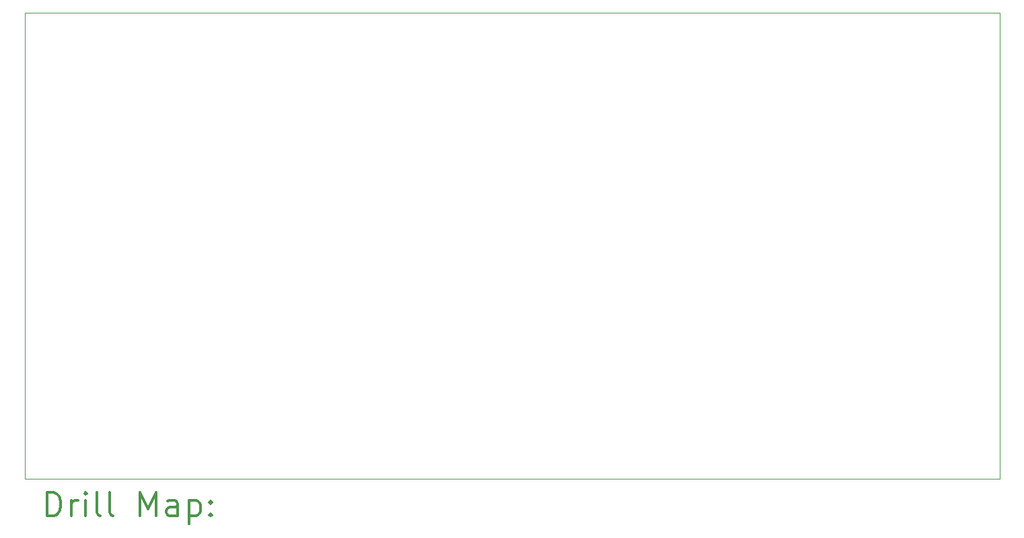
<source format=gbr>
%FSLAX45Y45*%
G04 Gerber Fmt 4.5, Leading zero omitted, Abs format (unit mm)*
G04 Created by KiCad (PCBNEW (5.1.10)-1) date 2021-09-07 10:06:53*
%MOMM*%
%LPD*%
G01*
G04 APERTURE LIST*
%TA.AperFunction,Profile*%
%ADD10C,0.050000*%
%TD*%
%ADD11C,0.200000*%
%ADD12C,0.300000*%
G04 APERTURE END LIST*
D10*
X26187400Y-10972800D02*
X38455600Y-10972800D01*
X38455600Y-16840200D02*
X38455600Y-10972800D01*
X26187400Y-16840200D02*
X38455600Y-16840200D01*
X26187400Y-16840200D02*
X26187400Y-10972800D01*
D11*
D12*
X26471328Y-17308414D02*
X26471328Y-17008414D01*
X26542757Y-17008414D01*
X26585614Y-17022700D01*
X26614186Y-17051272D01*
X26628471Y-17079843D01*
X26642757Y-17136986D01*
X26642757Y-17179843D01*
X26628471Y-17236986D01*
X26614186Y-17265557D01*
X26585614Y-17294129D01*
X26542757Y-17308414D01*
X26471328Y-17308414D01*
X26771328Y-17308414D02*
X26771328Y-17108414D01*
X26771328Y-17165557D02*
X26785614Y-17136986D01*
X26799900Y-17122700D01*
X26828471Y-17108414D01*
X26857043Y-17108414D01*
X26957043Y-17308414D02*
X26957043Y-17108414D01*
X26957043Y-17008414D02*
X26942757Y-17022700D01*
X26957043Y-17036986D01*
X26971328Y-17022700D01*
X26957043Y-17008414D01*
X26957043Y-17036986D01*
X27142757Y-17308414D02*
X27114186Y-17294129D01*
X27099900Y-17265557D01*
X27099900Y-17008414D01*
X27299900Y-17308414D02*
X27271328Y-17294129D01*
X27257043Y-17265557D01*
X27257043Y-17008414D01*
X27642757Y-17308414D02*
X27642757Y-17008414D01*
X27742757Y-17222700D01*
X27842757Y-17008414D01*
X27842757Y-17308414D01*
X28114186Y-17308414D02*
X28114186Y-17151272D01*
X28099900Y-17122700D01*
X28071328Y-17108414D01*
X28014186Y-17108414D01*
X27985614Y-17122700D01*
X28114186Y-17294129D02*
X28085614Y-17308414D01*
X28014186Y-17308414D01*
X27985614Y-17294129D01*
X27971328Y-17265557D01*
X27971328Y-17236986D01*
X27985614Y-17208414D01*
X28014186Y-17194129D01*
X28085614Y-17194129D01*
X28114186Y-17179843D01*
X28257043Y-17108414D02*
X28257043Y-17408414D01*
X28257043Y-17122700D02*
X28285614Y-17108414D01*
X28342757Y-17108414D01*
X28371328Y-17122700D01*
X28385614Y-17136986D01*
X28399900Y-17165557D01*
X28399900Y-17251272D01*
X28385614Y-17279843D01*
X28371328Y-17294129D01*
X28342757Y-17308414D01*
X28285614Y-17308414D01*
X28257043Y-17294129D01*
X28528471Y-17279843D02*
X28542757Y-17294129D01*
X28528471Y-17308414D01*
X28514186Y-17294129D01*
X28528471Y-17279843D01*
X28528471Y-17308414D01*
X28528471Y-17122700D02*
X28542757Y-17136986D01*
X28528471Y-17151272D01*
X28514186Y-17136986D01*
X28528471Y-17122700D01*
X28528471Y-17151272D01*
M02*

</source>
